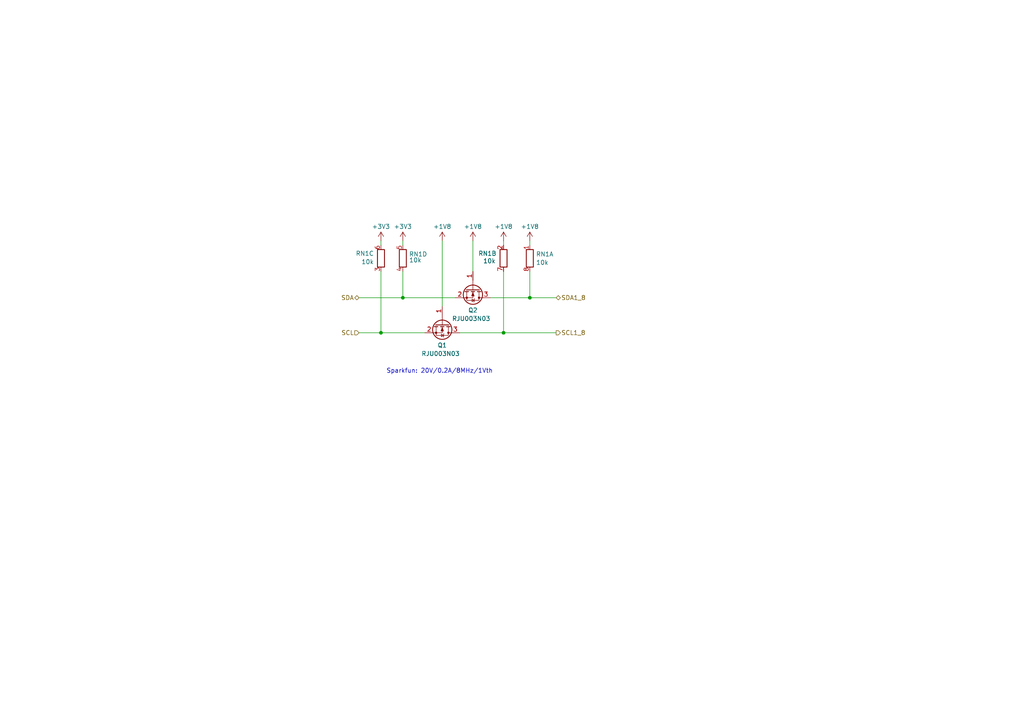
<source format=kicad_sch>
(kicad_sch (version 20231120) (generator "eeschema") (generator_version "7.99")
  (paper "A4")
  (lib_symbols
    (symbol "Device:R_Pack04_Split" (pin_names (offset 0) hide)
      (property "Reference" "RN" (at 2.032 0 90))
      (property "Value" "R_Pack04_Split" (at 0 0 90))
      (symbol "R_Pack04_Split_0_1"
        (rectangle (start 1.016 2.54) (end -1.016 -2.54) (stroke (width 0.254)))
      )
      (symbol "R_Pack04_Split_1_1"
        (pin passive line (at 0 -3.81 90) (length 1.27) (name "R1.1") (number "1"))
        (pin passive line (at 0 3.81 270) (length 1.27) (name "R1.2") (number "8"))
      )
      (symbol "R_Pack04_Split_2_1"
        (pin passive line (at 0 -3.81 90) (length 1.27) (name "R2.1") (number "2"))
        (pin passive line (at 0 3.81 270) (length 1.27) (name "R2.2") (number "7"))
      )
      (symbol "R_Pack04_Split_3_1"
        (pin passive line (at 0 -3.81 90) (length 1.27) (name "R3.1") (number "3"))
        (pin passive line (at 0 3.81 270) (length 1.27) (name "R3.2") (number "6"))
      )
      (symbol "R_Pack04_Split_4_1"
        (pin passive line (at 0 -3.81 90) (length 1.27) (name "R4.1") (number "4"))
        (pin passive line (at 0 3.81 270) (length 1.27) (name "R4.2") (number "5"))
      )
    )
    (symbol "Transistor_FET:BSS138" (pin_names hide)
      (property "Reference" "Q" (at 5.08 1.905 0))
      (property "Value" "BSS138" (at 5.08 0 0))
      (symbol "BSS138_0_1"
        (polyline (pts (xy 0.254 0) (xy -2.54 0)))
        (polyline (pts (xy 0.254 1.905) (xy 0.254 -1.905)) (stroke (width 0.254)))
        (polyline (pts (xy 0.762 -1.27) (xy 0.762 -2.286)) (stroke (width 0.254)))
        (polyline (pts (xy 0.762 0.508) (xy 0.762 -0.508)) (stroke (width 0.254)))
        (polyline (pts (xy 0.762 2.286) (xy 0.762 1.27)) (stroke (width 0.254)))
        (polyline (pts (xy 2.54 2.54) (xy 2.54 1.778)))
        (polyline (pts (xy 2.54 -2.54) (xy 2.54 0) (xy 0.762 0)))
        (polyline (pts (xy 0.762 -1.778) (xy 3.302 -1.778) (xy 3.302 1.778) (xy 0.762 1.778)))
        (polyline (pts (xy 1.016 0) (xy 2.032 0.381) (xy 2.032 -0.381) (xy 1.016 0)) (fill (type outline)))
        (polyline (pts (xy 2.794 0.508) (xy 2.921 0.381) (xy 3.683 0.381) (xy 3.81 0.254)))
        (polyline (pts (xy 3.302 0.381) (xy 2.921 -0.254) (xy 3.683 -0.254) (xy 3.302 0.381)))
        (circle (center 1.651 0) (radius 2.794) (stroke (width 0.254)))
        (circle (center 2.54 -1.778) (radius 0.254) (fill (type outline)))
        (circle (center 2.54 1.778) (radius 0.254) (fill (type outline)))
      )
      (symbol "BSS138_1_1"
        (pin input line (at -5.08 0 0) (length 2.54) (name "G") (number "1"))
        (pin passive line (at 2.54 -5.08 90) (length 2.54) (name "S") (number "2"))
        (pin passive line (at 2.54 5.08 270) (length 2.54) (name "D") (number "3"))
      )
    )
    (symbol "power:+1V8" (power) (pin_names (offset 0))
      (property "Value" "+1V8" (at 0 3.556 0))
      (symbol "+1V8_0_1"
        (polyline (pts (xy -0.762 1.27) (xy 0 2.54)))
        (polyline (pts (xy 0 0) (xy 0 2.54)))
        (polyline (pts (xy 0 2.54) (xy 0.762 1.27)))
      )
      (symbol "+1V8_1_1"
        (pin power_in line (at 0 0 90) (length 0) hide (name "+1V8") (number "1"))
      )
    )
    (symbol "power:+3V3" (power) (pin_names (offset 0))
      (property "Value" "+3V3" (at 0 3.556 0))
      (symbol "+3V3_0_1"
        (polyline (pts (xy -0.762 1.27) (xy 0 2.54)))
        (polyline (pts (xy 0 0) (xy 0 2.54)))
        (polyline (pts (xy 0 2.54) (xy 0.762 1.27)))
      )
      (symbol "+3V3_1_1"
        (pin power_in line (at 0 0 90) (length 0) hide (name "+3V3") (number "1"))
      )
    )
  )
  (junction (at 146.05 96.52))
  (junction (at 116.84 86.36))
  (junction (at 153.67 86.36))
  (junction (at 110.49 96.52))
  (wire (pts (xy 128.27 69.85) (xy 128.27 88.9)))
  (wire (pts (xy 153.67 78.74) (xy 153.67 86.36)))
  (wire (pts (xy 104.14 86.36) (xy 116.84 86.36)))
  (wire (pts (xy 153.67 69.85) (xy 153.67 71.12)))
  (wire (pts (xy 133.35 96.52) (xy 146.05 96.52)))
  (wire (pts (xy 110.49 78.74) (xy 110.49 96.52)))
  (wire (pts (xy 116.84 78.74) (xy 116.84 86.36)))
  (wire (pts (xy 146.05 69.85) (xy 146.05 71.12)))
  (wire (pts (xy 146.05 96.52) (xy 161.29 96.52)))
  (wire (pts (xy 110.49 69.85) (xy 110.49 71.12)))
  (wire (pts (xy 146.05 78.74) (xy 146.05 96.52)))
  (wire (pts (xy 116.84 86.36) (xy 132.08 86.36)))
  (wire (pts (xy 110.49 96.52) (xy 123.19 96.52)))
  (wire (pts (xy 153.67 86.36) (xy 161.29 86.36)))
  (wire (pts (xy 142.24 86.36) (xy 153.67 86.36)))
  (wire (pts (xy 116.84 69.85) (xy 116.84 71.12)))
  (wire (pts (xy 104.14 96.52) (xy 110.49 96.52)))
  (wire (pts (xy 137.16 69.85) (xy 137.16 78.74)))
  (text "Sparkfun: 20V/0.2A/8MHz/1Vth" (at 127.508 107.696 0) (effects (font (size 1.27 1.27))))
  (hierarchical_label "SDA" (shape bidirectional) (at 104.14 86.36 180))
  (hierarchical_label "SCL" (shape input) (at 104.14 96.52 180))
  (hierarchical_label "SDA1_8" (shape bidirectional) (at 161.29 86.36 0))
  (hierarchical_label "SCL1_8" (shape output) (at 161.29 96.52 0))
  (symbol (lib_id "power:+3V3") (at 110.49 69.85 0) (unit 1)
    (property "Reference" "#PWR014" (effects (hide yes)))
    (property "Value" "+3V3" (at 110.49 65.7169 0))
    (property "Description" "Power symbol creates a global label with name \"+3V3\"" (effects (hide yes)))
  )
  (symbol (lib_id "power:+1V8") (at 153.67 69.85 0) (unit 1)
    (property "Reference" "#PWR013" (effects (hide yes)))
    (property "Value" "+1V8" (at 153.67 65.7169 0))
    (property "Description" "Power symbol creates a global label with name \"+1V8\"" (effects (hide yes)))
  )
  (symbol (lib_id "power:+3V3") (at 116.84 69.85 0) (unit 1)
    (property "Reference" "#PWR08" (effects (hide yes)))
    (property "Value" "+3V3" (at 116.84 65.7169 0))
    (property "Description" "Power symbol creates a global label with name \"+3V3\"" (effects (hide yes)))
  )
  (symbol (lib_id "Device:R_Pack04_Split") (at 116.84 74.93 0) (unit 4)
    (property "Reference" "RN1" (at 118.618 73.7178 0) (effects (justify left)))
    (property "Value" "10k" (at 118.618 75.438 0) (effects (justify left)))
    (property "Footprint" "Resistor_SMD:R_Array_Convex_4x0603" (effects (hide yes)))
    (property "Description" "4 resistor network, parallel topology, split" (effects (hide yes)))
    (property "LCSC" "C29718" (effects (hide yes)))
  )
  (symbol (lib_id "power:+1V8") (at 128.27 69.85 0) (unit 1)
    (property "Reference" "#PWR010" (effects (hide yes)))
    (property "Value" "+1V8" (at 128.27 65.7169 0))
    (property "Description" "Power symbol creates a global label with name \"+1V8\"" (effects (hide yes)))
  )
  (symbol (lib_id "power:+1V8") (at 137.16 69.85 0) (unit 1)
    (property "Reference" "#PWR011" (effects (hide yes)))
    (property "Value" "+1V8" (at 137.16 65.7169 0))
    (property "Description" "Power symbol creates a global label with name \"+1V8\"" (effects (hide yes)))
  )
  (symbol (lib_id "Device:R_Pack04_Split") (at 153.67 74.93 180) (unit 1)
    (property "Reference" "RN1" (at 155.448 73.7178 0) (effects (justify right)))
    (property "Value" "10k" (at 155.448 76.1421 0) (effects (justify right)))
    (property "Footprint" "Resistor_SMD:R_Array_Convex_4x0603" (effects (hide yes)))
    (property "Description" "4 resistor network, parallel topology, split" (effects (hide yes)))
    (property "LCSC" "C29718" (effects (hide yes)))
  )
  (symbol (lib_id "Device:R_Pack04_Split") (at 146.05 74.93 180) (unit 2)
    (property "Reference" "RN1" (at 144.018 73.5217 0) (effects (justify left)))
    (property "Value" "10k" (at 143.764 75.692 0) (effects (justify left)))
    (property "Footprint" "Resistor_SMD:R_Array_Convex_4x0603" (effects (hide yes)))
    (property "Description" "4 resistor network, parallel topology, split" (effects (hide yes)))
    (property "LCSC" "C29718" (effects (hide yes)))
  )
  (symbol (lib_id "Transistor_FET:BSS138") (at 137.16 83.82 270) (unit 1)
    (property "Reference" "Q2" (at 137.16 89.9851 90))
    (property "Value" "RJU003N03 " (at 137.16 92.4094 90))
    (property "Footprint" "Package_TO_SOT_SMD:SOT-323_SC-70_Handsoldering" (effects (hide yes)))
    (property "Datasheet" "https://datasheet.lcsc.com/lcsc/1811131653_ROHM-Semicon-RJU003N03T106_C308741.pdf" (effects (hide yes)))
    (property "Description" "50V Vds, 0.22A Id, N-Channel MOSFET, SOT-23" (effects (hide yes)))
    (property "LCSC" "C308741" (effects (hide yes)))
  )
  (symbol (lib_id "Transistor_FET:BSS138") (at 128.27 93.98 270) (unit 1)
    (property "Reference" "Q1" (at 128.27 100.1451 90))
    (property "Value" "RJU003N03 " (at 128.27 102.5694 90))
    (property "Footprint" "Package_TO_SOT_SMD:SOT-323_SC-70_Handsoldering" (effects (hide yes)))
    (property "Datasheet" "https://datasheet.lcsc.com/lcsc/1811131653_ROHM-Semicon-RJU003N03T106_C308741.pdf" (effects (hide yes)))
    (property "Description" "50V Vds, 0.22A Id, N-Channel MOSFET, SOT-23" (effects (hide yes)))
    (property "LCSC" "C308741" (effects (hide yes)))
  )
  (symbol (lib_id "Device:R_Pack04_Split") (at 110.49 74.93 0) (unit 3)
    (property "Reference" "RN1" (at 108.458 73.5217 0) (effects (justify right)))
    (property "Value" "10k" (at 108.458 75.946 0) (effects (justify right)))
    (property "Footprint" "Resistor_SMD:R_Array_Convex_4x0603" (effects (hide yes)))
    (property "Description" "4 resistor network, parallel topology, split" (effects (hide yes)))
    (property "LCSC" "C29718" (effects (hide yes)))
  )
  (symbol (lib_id "power:+1V8") (at 146.05 69.85 0) (unit 1)
    (property "Reference" "#PWR012" (effects (hide yes)))
    (property "Value" "+1V8" (at 146.05 65.7169 0))
    (property "Description" "Power symbol creates a global label with name \"+1V8\"" (effects (hide yes)))
  )
)
</source>
